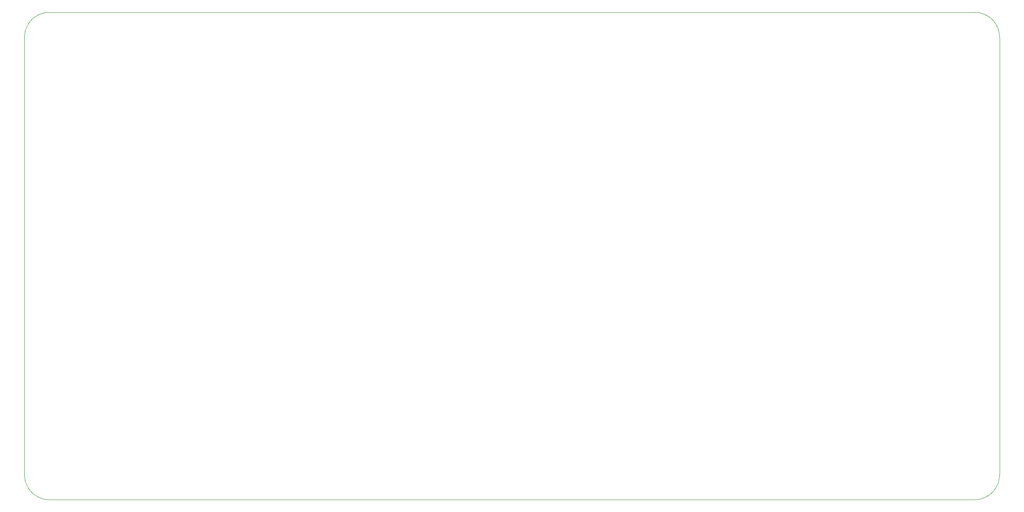
<source format=gbr>
G04 #@! TF.GenerationSoftware,KiCad,Pcbnew,(5.1.2)-1*
G04 #@! TF.CreationDate,2019-08-22T15:05:39-05:00*
G04 #@! TF.ProjectId,EMI_sensor_control_Rev1.0,454d495f-7365-46e7-936f-725f636f6e74,rev?*
G04 #@! TF.SameCoordinates,Original*
G04 #@! TF.FileFunction,Profile,NP*
%FSLAX46Y46*%
G04 Gerber Fmt 4.6, Leading zero omitted, Abs format (unit mm)*
G04 Created by KiCad (PCBNEW (5.1.2)-1) date 2019-08-22 15:05:39*
%MOMM*%
%LPD*%
G04 APERTURE LIST*
%ADD10C,0.050000*%
G04 APERTURE END LIST*
D10*
X257175000Y-54610000D02*
X257175000Y-144462500D01*
X252095000Y-149542500D02*
X62230000Y-149542500D01*
X62230000Y-49530000D02*
X252095000Y-49530000D01*
X57150000Y-144462500D02*
X57150000Y-54610000D01*
X62230000Y-149542500D02*
G75*
G02X57150000Y-144462500I0J5080000D01*
G01*
X257175000Y-144462500D02*
G75*
G02X252095000Y-149542500I-5080000J0D01*
G01*
X252095000Y-49530000D02*
G75*
G02X257175000Y-54610000I0J-5080000D01*
G01*
X57150000Y-54610000D02*
G75*
G02X62230000Y-49530000I5080000J0D01*
G01*
M02*

</source>
